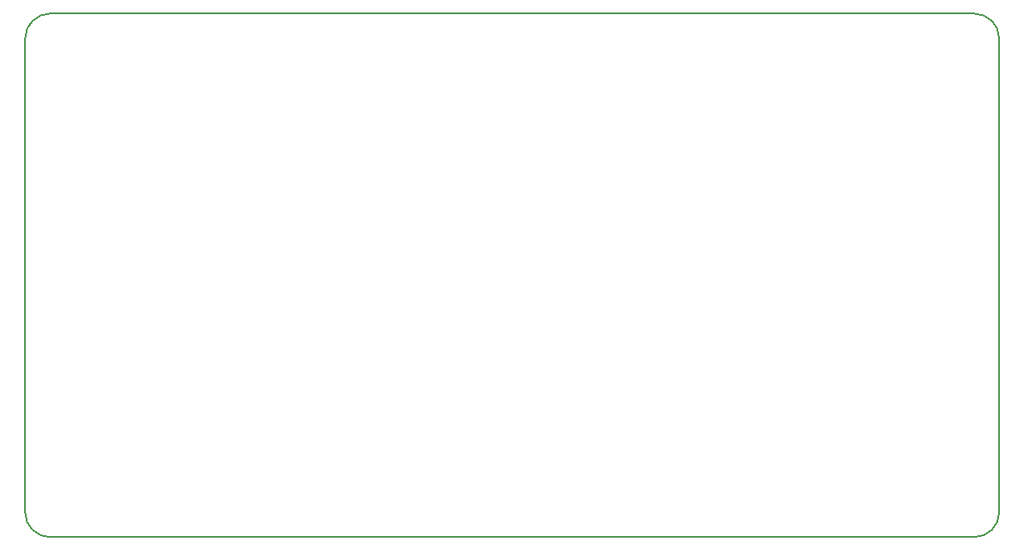
<source format=gbr>
%TF.GenerationSoftware,KiCad,Pcbnew,7.0.1*%
%TF.CreationDate,2023-03-30T13:35:16-06:00*%
%TF.ProjectId,Phase_A_UnoShield,50686173-655f-4415-9f55-6e6f53686965,rev?*%
%TF.SameCoordinates,Original*%
%TF.FileFunction,Profile,NP*%
%FSLAX46Y46*%
G04 Gerber Fmt 4.6, Leading zero omitted, Abs format (unit mm)*
G04 Created by KiCad (PCBNEW 7.0.1) date 2023-03-30 13:35:16*
%MOMM*%
%LPD*%
G01*
G04 APERTURE LIST*
%TA.AperFunction,Profile*%
%ADD10C,0.150000*%
%TD*%
G04 APERTURE END LIST*
D10*
X100000000Y-97460000D02*
X100000000Y-49200000D01*
X196520000Y-100000000D02*
X102540000Y-100000000D01*
X199060000Y-49200000D02*
X199060000Y-97460000D01*
X102540000Y-46660000D02*
X196520000Y-46660000D01*
X102540000Y-46660000D02*
G75*
G03*
X100000000Y-49200000I0J-2540000D01*
G01*
X100000000Y-97460000D02*
G75*
G03*
X102540000Y-100000000I2540000J0D01*
G01*
X196520000Y-100000000D02*
G75*
G03*
X199060000Y-97460000I0J2540000D01*
G01*
X199060000Y-49200000D02*
G75*
G03*
X196520000Y-46660000I-2540000J0D01*
G01*
M02*

</source>
